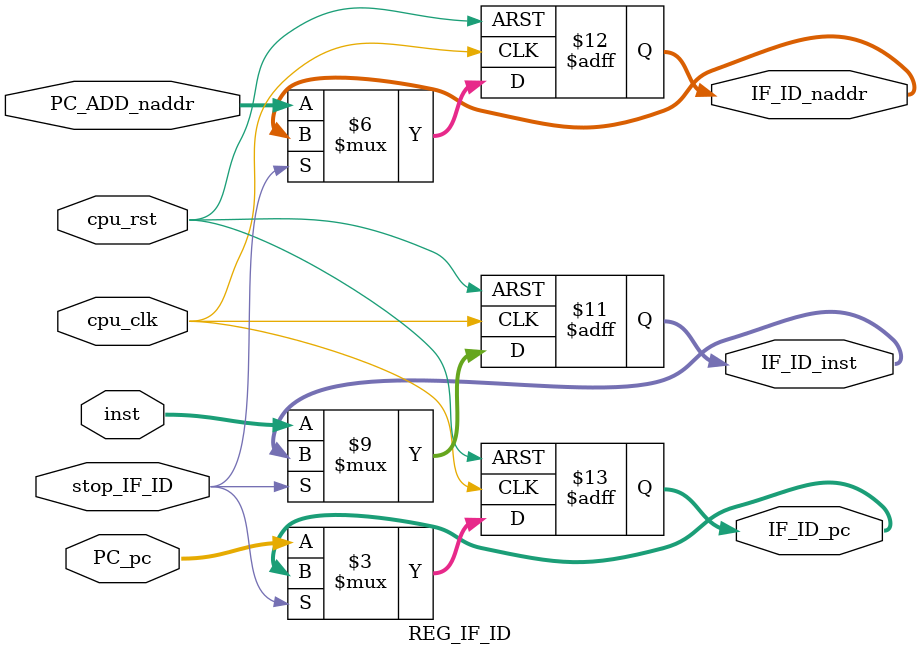
<source format=v>
`timescale 1ns / 1ps

module REG_IF_ID(
    input  wire         cpu_rst,    //High active
    input  wire         cpu_clk,
    input  wire         stop_IF_ID, //High active
    
    
    input  wire [31:0]  PC_pc,
    input  wire [31:0]  PC_ADD_naddr,
    input  wire [31:0]  inst, 
    
    output reg  [31:0]  IF_ID_inst,
    output reg  [31:0]  IF_ID_naddr,
    output reg  [31:0]  IF_ID_pc
    );
    
    always @(posedge cpu_clk or posedge cpu_rst)
    begin
        if(cpu_rst)
            begin
                IF_ID_inst  <= 32'b0;
                IF_ID_naddr  <= 32'b0;
                IF_ID_pc  <= 32'b0;
            end
        else if(stop_IF_ID)
            begin
                IF_ID_inst  <= IF_ID_inst;
                IF_ID_naddr  <= IF_ID_naddr;
                IF_ID_pc  <= IF_ID_pc;
            end
        else
            begin
                IF_ID_inst  <= inst;
                IF_ID_naddr  <= PC_ADD_naddr;
                IF_ID_pc  <= PC_pc;
            end
    end
    

    
endmodule

</source>
